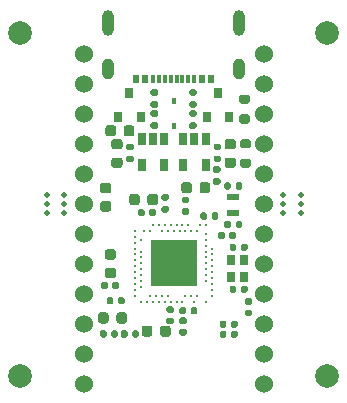
<source format=gts>
%TF.GenerationSoftware,KiCad,Pcbnew,(5.1.9)-1*%
%TF.CreationDate,2021-01-02T15:49:45+08:00*%
%TF.ProjectId,akami,616b616d-692e-46b6-9963-61645f706362,rev?*%
%TF.SameCoordinates,Original*%
%TF.FileFunction,Soldermask,Top*%
%TF.FilePolarity,Negative*%
%FSLAX46Y46*%
G04 Gerber Fmt 4.6, Leading zero omitted, Abs format (unit mm)*
G04 Created by KiCad (PCBNEW (5.1.9)-1) date 2021-01-02 15:49:45*
%MOMM*%
%LPD*%
G01*
G04 APERTURE LIST*
%ADD10C,2.000000*%
%ADD11C,0.500000*%
%ADD12C,1.524000*%
%ADD13R,1.100000X0.600000*%
%ADD14R,0.800000X0.900000*%
%ADD15R,0.300000X0.800000*%
%ADD16O,1.000000X2.200000*%
%ADD17O,1.000000X1.800000*%
%ADD18R,0.540000X0.800000*%
%ADD19C,0.250000*%
%ADD20R,4.000000X4.000000*%
%ADD21R,0.650000X1.060000*%
%ADD22R,0.450000X0.600000*%
G04 APERTURE END LIST*
D10*
%TO.C,REF\u002A\u002A*%
X13000000Y14500000D03*
%TD*%
%TO.C,REF\u002A\u002A*%
X13000000Y-14500000D03*
%TD*%
%TO.C,REF\u002A\u002A*%
X-13000000Y-14500000D03*
%TD*%
%TO.C,REF\u002A\u002A*%
X-13000000Y14500000D03*
%TD*%
D11*
%TO.C,mouse-bite-2mm-slot*%
X-10750000Y0D03*
X-9250000Y0D03*
X-10750000Y750000D03*
X-10750000Y-750000D03*
X-9250000Y-750000D03*
X-9250000Y750000D03*
%TD*%
%TO.C,R2*%
G36*
G01*
X5800000Y3875000D02*
X6350000Y3875000D01*
G75*
G02*
X6550000Y3675000I0J-200000D01*
G01*
X6550000Y3275000D01*
G75*
G02*
X6350000Y3075000I-200000J0D01*
G01*
X5800000Y3075000D01*
G75*
G02*
X5600000Y3275000I0J200000D01*
G01*
X5600000Y3675000D01*
G75*
G02*
X5800000Y3875000I200000J0D01*
G01*
G37*
G36*
G01*
X5800000Y5525000D02*
X6350000Y5525000D01*
G75*
G02*
X6550000Y5325000I0J-200000D01*
G01*
X6550000Y4925000D01*
G75*
G02*
X6350000Y4725000I-200000J0D01*
G01*
X5800000Y4725000D01*
G75*
G02*
X5600000Y4925000I0J200000D01*
G01*
X5600000Y5325000D01*
G75*
G02*
X5800000Y5525000I200000J0D01*
G01*
G37*
%TD*%
%TO.C,R11*%
G36*
G01*
X5725000Y7625000D02*
X6275000Y7625000D01*
G75*
G02*
X6475000Y7425000I0J-200000D01*
G01*
X6475000Y7025000D01*
G75*
G02*
X6275000Y6825000I-200000J0D01*
G01*
X5725000Y6825000D01*
G75*
G02*
X5525000Y7025000I0J200000D01*
G01*
X5525000Y7425000D01*
G75*
G02*
X5725000Y7625000I200000J0D01*
G01*
G37*
G36*
G01*
X5725000Y9275000D02*
X6275000Y9275000D01*
G75*
G02*
X6475000Y9075000I0J-200000D01*
G01*
X6475000Y8675000D01*
G75*
G02*
X6275000Y8475000I-200000J0D01*
G01*
X5725000Y8475000D01*
G75*
G02*
X5525000Y8675000I0J200000D01*
G01*
X5525000Y9075000D01*
G75*
G02*
X5725000Y9275000I200000J0D01*
G01*
G37*
%TD*%
%TO.C,C16*%
G36*
G01*
X-5500000Y-9375000D02*
X-5500000Y-9875000D01*
G75*
G02*
X-5725000Y-10100000I-225000J0D01*
G01*
X-6175000Y-10100000D01*
G75*
G02*
X-6400000Y-9875000I0J225000D01*
G01*
X-6400000Y-9375000D01*
G75*
G02*
X-6175000Y-9150000I225000J0D01*
G01*
X-5725000Y-9150000D01*
G75*
G02*
X-5500000Y-9375000I0J-225000D01*
G01*
G37*
G36*
G01*
X-3950000Y-9375000D02*
X-3950000Y-9875000D01*
G75*
G02*
X-4175000Y-10100000I-225000J0D01*
G01*
X-4625000Y-10100000D01*
G75*
G02*
X-4850000Y-9875000I0J225000D01*
G01*
X-4850000Y-9375000D01*
G75*
G02*
X-4625000Y-9150000I225000J0D01*
G01*
X-4175000Y-9150000D01*
G75*
G02*
X-3950000Y-9375000I0J-225000D01*
G01*
G37*
%TD*%
%TO.C,mouse-bite-2mm-slot*%
X10750000Y750000D03*
X10750000Y-750000D03*
X9250000Y-750000D03*
X9250000Y750000D03*
X10750000Y0D03*
X9250000Y0D03*
%TD*%
D12*
%TO.C,U4*%
X7620000Y12690000D03*
X7620000Y10150000D03*
X7620000Y7610000D03*
X7620000Y5070000D03*
X7620000Y2530000D03*
X7620000Y-10000D03*
X7620000Y-2550000D03*
X7620000Y-5090000D03*
X7620000Y-7630000D03*
X7620000Y-10170000D03*
X7620000Y-12710000D03*
X7620000Y-15250000D03*
X-7620000Y-15250000D03*
X-7620000Y-12710000D03*
X-7620000Y-10170000D03*
X-7620000Y-7630000D03*
X-7620000Y-5090000D03*
X-7620000Y-2550000D03*
X-7620000Y-10000D03*
X-7620000Y2530000D03*
X-7620000Y5070000D03*
X-7620000Y7610000D03*
X-7620000Y10150000D03*
X-7620000Y12690000D03*
%TD*%
%TO.C,C22*%
G36*
G01*
X4870000Y-10320000D02*
X4870000Y-9980000D01*
G75*
G02*
X5010000Y-9840000I140000J0D01*
G01*
X5290000Y-9840000D01*
G75*
G02*
X5430000Y-9980000I0J-140000D01*
G01*
X5430000Y-10320000D01*
G75*
G02*
X5290000Y-10460000I-140000J0D01*
G01*
X5010000Y-10460000D01*
G75*
G02*
X4870000Y-10320000I0J140000D01*
G01*
G37*
G36*
G01*
X3910000Y-10320000D02*
X3910000Y-9980000D01*
G75*
G02*
X4050000Y-9840000I140000J0D01*
G01*
X4330000Y-9840000D01*
G75*
G02*
X4470000Y-9980000I0J-140000D01*
G01*
X4470000Y-10320000D01*
G75*
G02*
X4330000Y-10460000I-140000J0D01*
G01*
X4050000Y-10460000D01*
G75*
G02*
X3910000Y-10320000I0J140000D01*
G01*
G37*
%TD*%
%TO.C,R4*%
G36*
G01*
X-525000Y320000D02*
X-895000Y320000D01*
G75*
G02*
X-1030000Y455000I0J135000D01*
G01*
X-1030000Y725000D01*
G75*
G02*
X-895000Y860000I135000J0D01*
G01*
X-525000Y860000D01*
G75*
G02*
X-390000Y725000I0J-135000D01*
G01*
X-390000Y455000D01*
G75*
G02*
X-525000Y320000I-135000J0D01*
G01*
G37*
G36*
G01*
X-525000Y-700000D02*
X-895000Y-700000D01*
G75*
G02*
X-1030000Y-565000I0J135000D01*
G01*
X-1030000Y-295000D01*
G75*
G02*
X-895000Y-160000I135000J0D01*
G01*
X-525000Y-160000D01*
G75*
G02*
X-390000Y-295000I0J-135000D01*
G01*
X-390000Y-565000D01*
G75*
G02*
X-525000Y-700000I-135000J0D01*
G01*
G37*
%TD*%
%TO.C,R3*%
G36*
G01*
X1455000Y6930000D02*
X1825000Y6930000D01*
G75*
G02*
X1960000Y6795000I0J-135000D01*
G01*
X1960000Y6525000D01*
G75*
G02*
X1825000Y6390000I-135000J0D01*
G01*
X1455000Y6390000D01*
G75*
G02*
X1320000Y6525000I0J135000D01*
G01*
X1320000Y6795000D01*
G75*
G02*
X1455000Y6930000I135000J0D01*
G01*
G37*
G36*
G01*
X1455000Y7950000D02*
X1825000Y7950000D01*
G75*
G02*
X1960000Y7815000I0J-135000D01*
G01*
X1960000Y7545000D01*
G75*
G02*
X1825000Y7410000I-135000J0D01*
G01*
X1455000Y7410000D01*
G75*
G02*
X1320000Y7545000I0J135000D01*
G01*
X1320000Y7815000D01*
G75*
G02*
X1455000Y7950000I135000J0D01*
G01*
G37*
%TD*%
%TO.C,R10*%
G36*
G01*
X-1825000Y8710000D02*
X-1455000Y8710000D01*
G75*
G02*
X-1320000Y8575000I0J-135000D01*
G01*
X-1320000Y8305000D01*
G75*
G02*
X-1455000Y8170000I-135000J0D01*
G01*
X-1825000Y8170000D01*
G75*
G02*
X-1960000Y8305000I0J135000D01*
G01*
X-1960000Y8575000D01*
G75*
G02*
X-1825000Y8710000I135000J0D01*
G01*
G37*
G36*
G01*
X-1825000Y9730000D02*
X-1455000Y9730000D01*
G75*
G02*
X-1320000Y9595000I0J-135000D01*
G01*
X-1320000Y9325000D01*
G75*
G02*
X-1455000Y9190000I-135000J0D01*
G01*
X-1825000Y9190000D01*
G75*
G02*
X-1960000Y9325000I0J135000D01*
G01*
X-1960000Y9595000D01*
G75*
G02*
X-1825000Y9730000I135000J0D01*
G01*
G37*
%TD*%
D13*
%TO.C,Y2*%
X5045000Y620000D03*
X5045000Y-780000D03*
%TD*%
D14*
%TO.C,Y1*%
X4850000Y-6125000D03*
X4850000Y-4725000D03*
X5950000Y-4725000D03*
X5950000Y-6125000D03*
%TD*%
D15*
%TO.C,J1*%
X1758300Y10573200D03*
X-1249700Y10573200D03*
D16*
X-5575000Y15373200D03*
X5575600Y15373200D03*
D17*
X5575600Y11473200D03*
X-5575000Y11473200D03*
D18*
X-3199700Y10573200D03*
X3200300Y10573200D03*
X2400300Y10573200D03*
X-2399700Y10573200D03*
D15*
X-749700Y10573200D03*
X750300Y10573200D03*
X-249700Y10573200D03*
X250300Y10573200D03*
X1250300Y10573200D03*
X-1749700Y10573200D03*
%TD*%
D19*
%TO.C,U1*%
X-2750000Y-8250000D03*
X-2250000Y-8250000D03*
X-1750000Y-8250000D03*
X-1250000Y-8250000D03*
X-750000Y-8250000D03*
X-250000Y-8250000D03*
X250000Y-8250000D03*
X750000Y-8250000D03*
X1750000Y-8250000D03*
X-2000000Y-7750000D03*
X-1500000Y-7750000D03*
X-1000000Y-7750000D03*
X-500000Y-7750000D03*
X1000000Y-7750000D03*
X1500000Y-7750000D03*
X3250000Y-7750000D03*
X3250000Y-7250000D03*
X3250000Y-6750000D03*
X3250000Y-6250000D03*
X3250000Y-5750000D03*
X3250000Y-5250000D03*
X3250000Y-4750000D03*
X3250000Y-4250000D03*
X2750000Y-6500000D03*
X2750000Y-6000000D03*
X2750000Y-5500000D03*
X2750000Y-5000000D03*
X2750000Y-4500000D03*
X2750000Y-4000000D03*
X2750000Y-3500000D03*
X2750000Y-3000000D03*
X-2750000Y-3000000D03*
X-2750000Y-4000000D03*
X-2750000Y-4500000D03*
X-2750000Y-5000000D03*
X-2750000Y-5500000D03*
X-2750000Y-6000000D03*
X-2750000Y-6500000D03*
X-3250000Y-7250000D03*
X-3250000Y-6750000D03*
X-3250000Y-6250000D03*
X-3250000Y-5750000D03*
X-3250000Y-5250000D03*
X-3250000Y-4750000D03*
X-3250000Y-4250000D03*
X-3250000Y-3750000D03*
X-3250000Y-3250000D03*
X-3250000Y-2750000D03*
X2750000Y-1750000D03*
X2000000Y-2250000D03*
X2250000Y-1750000D03*
X1500000Y-2250000D03*
X1000000Y-2250000D03*
X500000Y-2250000D03*
X0Y-2250000D03*
X-500000Y-2250000D03*
X-1000000Y-2250000D03*
X1250000Y-1750000D03*
X750000Y-1750000D03*
X250000Y-1750000D03*
X-250000Y-1750000D03*
X-750000Y-1750000D03*
X-1250000Y-1750000D03*
X-1750000Y-1750000D03*
X-2000000Y-2250000D03*
X-2500000Y-2250000D03*
X-3250000Y-2250000D03*
X-3250000Y-7750000D03*
X-2750000Y-7000000D03*
X2750000Y-2500000D03*
X3250000Y-3750000D03*
X2000000Y-7750000D03*
X2750000Y-8250000D03*
D20*
X0Y-5000000D03*
%TD*%
D21*
%TO.C,U3*%
X-800000Y3300000D03*
X-2700000Y3300000D03*
X-2700000Y5500000D03*
X-1750000Y5500000D03*
X-800000Y5500000D03*
%TD*%
%TO.C,U2*%
X2700000Y3300000D03*
X800000Y3300000D03*
X800000Y5500000D03*
X1750000Y5500000D03*
X2700000Y5500000D03*
%TD*%
%TO.C,R9*%
G36*
G01*
X1455000Y8710000D02*
X1825000Y8710000D01*
G75*
G02*
X1960000Y8575000I0J-135000D01*
G01*
X1960000Y8305000D01*
G75*
G02*
X1825000Y8170000I-135000J0D01*
G01*
X1455000Y8170000D01*
G75*
G02*
X1320000Y8305000I0J135000D01*
G01*
X1320000Y8575000D01*
G75*
G02*
X1455000Y8710000I135000J0D01*
G01*
G37*
G36*
G01*
X1455000Y9730000D02*
X1825000Y9730000D01*
G75*
G02*
X1960000Y9595000I0J-135000D01*
G01*
X1960000Y9325000D01*
G75*
G02*
X1825000Y9190000I-135000J0D01*
G01*
X1455000Y9190000D01*
G75*
G02*
X1320000Y9325000I0J135000D01*
G01*
X1320000Y9595000D01*
G75*
G02*
X1455000Y9730000I135000J0D01*
G01*
G37*
%TD*%
%TO.C,R8*%
G36*
G01*
X3515000Y4110000D02*
X3885000Y4110000D01*
G75*
G02*
X4020000Y3975000I0J-135000D01*
G01*
X4020000Y3705000D01*
G75*
G02*
X3885000Y3570000I-135000J0D01*
G01*
X3515000Y3570000D01*
G75*
G02*
X3380000Y3705000I0J135000D01*
G01*
X3380000Y3975000D01*
G75*
G02*
X3515000Y4110000I135000J0D01*
G01*
G37*
G36*
G01*
X3515000Y5130000D02*
X3885000Y5130000D01*
G75*
G02*
X4020000Y4995000I0J-135000D01*
G01*
X4020000Y4725000D01*
G75*
G02*
X3885000Y4590000I-135000J0D01*
G01*
X3515000Y4590000D01*
G75*
G02*
X3380000Y4725000I0J135000D01*
G01*
X3380000Y4995000D01*
G75*
G02*
X3515000Y5130000I135000J0D01*
G01*
G37*
%TD*%
%TO.C,R7*%
G36*
G01*
X3835000Y2680000D02*
X3465000Y2680000D01*
G75*
G02*
X3330000Y2815000I0J135000D01*
G01*
X3330000Y3085000D01*
G75*
G02*
X3465000Y3220000I135000J0D01*
G01*
X3835000Y3220000D01*
G75*
G02*
X3970000Y3085000I0J-135000D01*
G01*
X3970000Y2815000D01*
G75*
G02*
X3835000Y2680000I-135000J0D01*
G01*
G37*
G36*
G01*
X3835000Y1660000D02*
X3465000Y1660000D01*
G75*
G02*
X3330000Y1795000I0J135000D01*
G01*
X3330000Y2065000D01*
G75*
G02*
X3465000Y2200000I135000J0D01*
G01*
X3835000Y2200000D01*
G75*
G02*
X3970000Y2065000I0J-135000D01*
G01*
X3970000Y1795000D01*
G75*
G02*
X3835000Y1660000I-135000J0D01*
G01*
G37*
%TD*%
%TO.C,R6*%
G36*
G01*
X-1825000Y6930000D02*
X-1455000Y6930000D01*
G75*
G02*
X-1320000Y6795000I0J-135000D01*
G01*
X-1320000Y6525000D01*
G75*
G02*
X-1455000Y6390000I-135000J0D01*
G01*
X-1825000Y6390000D01*
G75*
G02*
X-1960000Y6525000I0J135000D01*
G01*
X-1960000Y6795000D01*
G75*
G02*
X-1825000Y6930000I135000J0D01*
G01*
G37*
G36*
G01*
X-1825000Y7950000D02*
X-1455000Y7950000D01*
G75*
G02*
X-1320000Y7815000I0J-135000D01*
G01*
X-1320000Y7545000D01*
G75*
G02*
X-1455000Y7410000I-135000J0D01*
G01*
X-1825000Y7410000D01*
G75*
G02*
X-1960000Y7545000I0J135000D01*
G01*
X-1960000Y7815000D01*
G75*
G02*
X-1825000Y7950000I135000J0D01*
G01*
G37*
%TD*%
%TO.C,R5*%
G36*
G01*
X-3885000Y4110000D02*
X-3515000Y4110000D01*
G75*
G02*
X-3380000Y3975000I0J-135000D01*
G01*
X-3380000Y3705000D01*
G75*
G02*
X-3515000Y3570000I-135000J0D01*
G01*
X-3885000Y3570000D01*
G75*
G02*
X-4020000Y3705000I0J135000D01*
G01*
X-4020000Y3975000D01*
G75*
G02*
X-3885000Y4110000I135000J0D01*
G01*
G37*
G36*
G01*
X-3885000Y5130000D02*
X-3515000Y5130000D01*
G75*
G02*
X-3380000Y4995000I0J-135000D01*
G01*
X-3380000Y4725000D01*
G75*
G02*
X-3515000Y4590000I-135000J0D01*
G01*
X-3885000Y4590000D01*
G75*
G02*
X-4020000Y4725000I0J135000D01*
G01*
X-4020000Y4995000D01*
G75*
G02*
X-3885000Y5130000I135000J0D01*
G01*
G37*
%TD*%
D14*
%TO.C,Q2*%
X-3750000Y9400000D03*
X-2800000Y7400000D03*
X-4700000Y7400000D03*
%TD*%
%TO.C,Q1*%
X3750000Y9400000D03*
X4700000Y7400000D03*
X2800000Y7400000D03*
%TD*%
%TO.C,L3*%
G36*
G01*
X-5093750Y-4687500D02*
X-5606250Y-4687500D01*
G75*
G02*
X-5825000Y-4468750I0J218750D01*
G01*
X-5825000Y-4031250D01*
G75*
G02*
X-5606250Y-3812500I218750J0D01*
G01*
X-5093750Y-3812500D01*
G75*
G02*
X-4875000Y-4031250I0J-218750D01*
G01*
X-4875000Y-4468750D01*
G75*
G02*
X-5093750Y-4687500I-218750J0D01*
G01*
G37*
G36*
G01*
X-5093750Y-6262500D02*
X-5606250Y-6262500D01*
G75*
G02*
X-5825000Y-6043750I0J218750D01*
G01*
X-5825000Y-5606250D01*
G75*
G02*
X-5606250Y-5387500I218750J0D01*
G01*
X-5093750Y-5387500D01*
G75*
G02*
X-4875000Y-5606250I0J-218750D01*
G01*
X-4875000Y-6043750D01*
G75*
G02*
X-5093750Y-6262500I-218750J0D01*
G01*
G37*
%TD*%
%TO.C,L2*%
G36*
G01*
X-5575000Y-6702500D02*
X-5575000Y-7047500D01*
G75*
G02*
X-5722500Y-7195000I-147500J0D01*
G01*
X-6017500Y-7195000D01*
G75*
G02*
X-6165000Y-7047500I0J147500D01*
G01*
X-6165000Y-6702500D01*
G75*
G02*
X-6017500Y-6555000I147500J0D01*
G01*
X-5722500Y-6555000D01*
G75*
G02*
X-5575000Y-6702500I0J-147500D01*
G01*
G37*
G36*
G01*
X-4605000Y-6702500D02*
X-4605000Y-7047500D01*
G75*
G02*
X-4752500Y-7195000I-147500J0D01*
G01*
X-5047500Y-7195000D01*
G75*
G02*
X-5195000Y-7047500I0J147500D01*
G01*
X-5195000Y-6702500D01*
G75*
G02*
X-5047500Y-6555000I147500J0D01*
G01*
X-4752500Y-6555000D01*
G75*
G02*
X-4605000Y-6702500I0J-147500D01*
G01*
G37*
%TD*%
%TO.C,L1*%
G36*
G01*
X972500Y-10145000D02*
X627500Y-10145000D01*
G75*
G02*
X480000Y-9997500I0J147500D01*
G01*
X480000Y-9702500D01*
G75*
G02*
X627500Y-9555000I147500J0D01*
G01*
X972500Y-9555000D01*
G75*
G02*
X1120000Y-9702500I0J-147500D01*
G01*
X1120000Y-9997500D01*
G75*
G02*
X972500Y-10145000I-147500J0D01*
G01*
G37*
G36*
G01*
X972500Y-11115000D02*
X627500Y-11115000D01*
G75*
G02*
X480000Y-10967500I0J147500D01*
G01*
X480000Y-10672500D01*
G75*
G02*
X627500Y-10525000I147500J0D01*
G01*
X972500Y-10525000D01*
G75*
G02*
X1120000Y-10672500I0J-147500D01*
G01*
X1120000Y-10967500D01*
G75*
G02*
X972500Y-11115000I-147500J0D01*
G01*
G37*
%TD*%
%TO.C,D3*%
G36*
G01*
X5056250Y4650000D02*
X4543750Y4650000D01*
G75*
G02*
X4325000Y4868750I0J218750D01*
G01*
X4325000Y5306250D01*
G75*
G02*
X4543750Y5525000I218750J0D01*
G01*
X5056250Y5525000D01*
G75*
G02*
X5275000Y5306250I0J-218750D01*
G01*
X5275000Y4868750D01*
G75*
G02*
X5056250Y4650000I-218750J0D01*
G01*
G37*
G36*
G01*
X5056250Y3075000D02*
X4543750Y3075000D01*
G75*
G02*
X4325000Y3293750I0J218750D01*
G01*
X4325000Y3731250D01*
G75*
G02*
X4543750Y3950000I218750J0D01*
G01*
X5056250Y3950000D01*
G75*
G02*
X5275000Y3731250I0J-218750D01*
G01*
X5275000Y3293750D01*
G75*
G02*
X5056250Y3075000I-218750J0D01*
G01*
G37*
%TD*%
D22*
%TO.C,D2*%
X0Y6650000D03*
X0Y8750000D03*
%TD*%
%TO.C,D1*%
G36*
G01*
X-4543750Y4650000D02*
X-5056250Y4650000D01*
G75*
G02*
X-5275000Y4868750I0J218750D01*
G01*
X-5275000Y5306250D01*
G75*
G02*
X-5056250Y5525000I218750J0D01*
G01*
X-4543750Y5525000D01*
G75*
G02*
X-4325000Y5306250I0J-218750D01*
G01*
X-4325000Y4868750D01*
G75*
G02*
X-4543750Y4650000I-218750J0D01*
G01*
G37*
G36*
G01*
X-4543750Y3075000D02*
X-5056250Y3075000D01*
G75*
G02*
X-5275000Y3293750I0J218750D01*
G01*
X-5275000Y3731250D01*
G75*
G02*
X-5056250Y3950000I218750J0D01*
G01*
X-4543750Y3950000D01*
G75*
G02*
X-4325000Y3731250I0J-218750D01*
G01*
X-4325000Y3293750D01*
G75*
G02*
X-4543750Y3075000I-218750J0D01*
G01*
G37*
%TD*%
%TO.C,C21*%
G36*
G01*
X-5500000Y920000D02*
X-6000000Y920000D01*
G75*
G02*
X-6225000Y1145000I0J225000D01*
G01*
X-6225000Y1595000D01*
G75*
G02*
X-6000000Y1820000I225000J0D01*
G01*
X-5500000Y1820000D01*
G75*
G02*
X-5275000Y1595000I0J-225000D01*
G01*
X-5275000Y1145000D01*
G75*
G02*
X-5500000Y920000I-225000J0D01*
G01*
G37*
G36*
G01*
X-5500000Y-630000D02*
X-6000000Y-630000D01*
G75*
G02*
X-6225000Y-405000I0J225000D01*
G01*
X-6225000Y45000D01*
G75*
G02*
X-6000000Y270000I225000J0D01*
G01*
X-5500000Y270000D01*
G75*
G02*
X-5275000Y45000I0J-225000D01*
G01*
X-5275000Y-405000D01*
G75*
G02*
X-5500000Y-630000I-225000J0D01*
G01*
G37*
%TD*%
%TO.C,C20*%
G36*
G01*
X1550000Y1650000D02*
X1550000Y1150000D01*
G75*
G02*
X1325000Y925000I-225000J0D01*
G01*
X875000Y925000D01*
G75*
G02*
X650000Y1150000I0J225000D01*
G01*
X650000Y1650000D01*
G75*
G02*
X875000Y1875000I225000J0D01*
G01*
X1325000Y1875000D01*
G75*
G02*
X1550000Y1650000I0J-225000D01*
G01*
G37*
G36*
G01*
X3100000Y1650000D02*
X3100000Y1150000D01*
G75*
G02*
X2875000Y925000I-225000J0D01*
G01*
X2425000Y925000D01*
G75*
G02*
X2200000Y1150000I0J225000D01*
G01*
X2200000Y1650000D01*
G75*
G02*
X2425000Y1875000I225000J0D01*
G01*
X2875000Y1875000D01*
G75*
G02*
X3100000Y1650000I0J-225000D01*
G01*
G37*
%TD*%
%TO.C,C19*%
G36*
G01*
X840000Y-310000D02*
X1180000Y-310000D01*
G75*
G02*
X1320000Y-450000I0J-140000D01*
G01*
X1320000Y-730000D01*
G75*
G02*
X1180000Y-870000I-140000J0D01*
G01*
X840000Y-870000D01*
G75*
G02*
X700000Y-730000I0J140000D01*
G01*
X700000Y-450000D01*
G75*
G02*
X840000Y-310000I140000J0D01*
G01*
G37*
G36*
G01*
X840000Y650000D02*
X1180000Y650000D01*
G75*
G02*
X1320000Y510000I0J-140000D01*
G01*
X1320000Y230000D01*
G75*
G02*
X1180000Y90000I-140000J0D01*
G01*
X840000Y90000D01*
G75*
G02*
X700000Y230000I0J140000D01*
G01*
X700000Y510000D01*
G75*
G02*
X840000Y650000I140000J0D01*
G01*
G37*
%TD*%
%TO.C,C18*%
G36*
G01*
X4845000Y1720000D02*
X4845000Y1380000D01*
G75*
G02*
X4705000Y1240000I-140000J0D01*
G01*
X4425000Y1240000D01*
G75*
G02*
X4285000Y1380000I0J140000D01*
G01*
X4285000Y1720000D01*
G75*
G02*
X4425000Y1860000I140000J0D01*
G01*
X4705000Y1860000D01*
G75*
G02*
X4845000Y1720000I0J-140000D01*
G01*
G37*
G36*
G01*
X5805000Y1720000D02*
X5805000Y1380000D01*
G75*
G02*
X5665000Y1240000I-140000J0D01*
G01*
X5385000Y1240000D01*
G75*
G02*
X5245000Y1380000I0J140000D01*
G01*
X5245000Y1720000D01*
G75*
G02*
X5385000Y1860000I140000J0D01*
G01*
X5665000Y1860000D01*
G75*
G02*
X5805000Y1720000I0J-140000D01*
G01*
G37*
%TD*%
%TO.C,C17*%
G36*
G01*
X4845000Y-1540000D02*
X4845000Y-1880000D01*
G75*
G02*
X4705000Y-2020000I-140000J0D01*
G01*
X4425000Y-2020000D01*
G75*
G02*
X4285000Y-1880000I0J140000D01*
G01*
X4285000Y-1540000D01*
G75*
G02*
X4425000Y-1400000I140000J0D01*
G01*
X4705000Y-1400000D01*
G75*
G02*
X4845000Y-1540000I0J-140000D01*
G01*
G37*
G36*
G01*
X5805000Y-1540000D02*
X5805000Y-1880000D01*
G75*
G02*
X5665000Y-2020000I-140000J0D01*
G01*
X5385000Y-2020000D01*
G75*
G02*
X5245000Y-1880000I0J140000D01*
G01*
X5245000Y-1540000D01*
G75*
G02*
X5385000Y-1400000I140000J0D01*
G01*
X5665000Y-1400000D01*
G75*
G02*
X5805000Y-1540000I0J-140000D01*
G01*
G37*
%TD*%
%TO.C,C15*%
G36*
G01*
X-5680000Y-10805000D02*
X-5680000Y-11145000D01*
G75*
G02*
X-5820000Y-11285000I-140000J0D01*
G01*
X-6100000Y-11285000D01*
G75*
G02*
X-6240000Y-11145000I0J140000D01*
G01*
X-6240000Y-10805000D01*
G75*
G02*
X-6100000Y-10665000I140000J0D01*
G01*
X-5820000Y-10665000D01*
G75*
G02*
X-5680000Y-10805000I0J-140000D01*
G01*
G37*
G36*
G01*
X-4720000Y-10805000D02*
X-4720000Y-11145000D01*
G75*
G02*
X-4860000Y-11285000I-140000J0D01*
G01*
X-5140000Y-11285000D01*
G75*
G02*
X-5280000Y-11145000I0J140000D01*
G01*
X-5280000Y-10805000D01*
G75*
G02*
X-5140000Y-10665000I140000J0D01*
G01*
X-4860000Y-10665000D01*
G75*
G02*
X-4720000Y-10805000I0J-140000D01*
G01*
G37*
%TD*%
%TO.C,C14*%
G36*
G01*
X-4220000Y5970000D02*
X-4220000Y6470000D01*
G75*
G02*
X-3995000Y6695000I225000J0D01*
G01*
X-3545000Y6695000D01*
G75*
G02*
X-3320000Y6470000I0J-225000D01*
G01*
X-3320000Y5970000D01*
G75*
G02*
X-3545000Y5745000I-225000J0D01*
G01*
X-3995000Y5745000D01*
G75*
G02*
X-4220000Y5970000I0J225000D01*
G01*
G37*
G36*
G01*
X-5770000Y5970000D02*
X-5770000Y6470000D01*
G75*
G02*
X-5545000Y6695000I225000J0D01*
G01*
X-5095000Y6695000D01*
G75*
G02*
X-4870000Y6470000I0J-225000D01*
G01*
X-4870000Y5970000D01*
G75*
G02*
X-5095000Y5745000I-225000J0D01*
G01*
X-5545000Y5745000D01*
G75*
G02*
X-5770000Y5970000I0J225000D01*
G01*
G37*
%TD*%
%TO.C,C13*%
G36*
G01*
X-2220000Y150000D02*
X-2220000Y650000D01*
G75*
G02*
X-1995000Y875000I225000J0D01*
G01*
X-1545000Y875000D01*
G75*
G02*
X-1320000Y650000I0J-225000D01*
G01*
X-1320000Y150000D01*
G75*
G02*
X-1545000Y-75000I-225000J0D01*
G01*
X-1995000Y-75000D01*
G75*
G02*
X-2220000Y150000I0J225000D01*
G01*
G37*
G36*
G01*
X-3770000Y150000D02*
X-3770000Y650000D01*
G75*
G02*
X-3545000Y875000I225000J0D01*
G01*
X-3095000Y875000D01*
G75*
G02*
X-2870000Y650000I0J-225000D01*
G01*
X-2870000Y150000D01*
G75*
G02*
X-3095000Y-75000I-225000J0D01*
G01*
X-3545000Y-75000D01*
G75*
G02*
X-3770000Y150000I0J225000D01*
G01*
G37*
%TD*%
%TO.C,C12*%
G36*
G01*
X-470000Y-9600000D02*
X-130000Y-9600000D01*
G75*
G02*
X10000Y-9740000I0J-140000D01*
G01*
X10000Y-10020000D01*
G75*
G02*
X-130000Y-10160000I-140000J0D01*
G01*
X-470000Y-10160000D01*
G75*
G02*
X-610000Y-10020000I0J140000D01*
G01*
X-610000Y-9740000D01*
G75*
G02*
X-470000Y-9600000I140000J0D01*
G01*
G37*
G36*
G01*
X-470000Y-8640000D02*
X-130000Y-8640000D01*
G75*
G02*
X10000Y-8780000I0J-140000D01*
G01*
X10000Y-9060000D01*
G75*
G02*
X-130000Y-9200000I-140000J0D01*
G01*
X-470000Y-9200000D01*
G75*
G02*
X-610000Y-9060000I0J140000D01*
G01*
X-610000Y-8780000D01*
G75*
G02*
X-470000Y-8640000I140000J0D01*
G01*
G37*
%TD*%
%TO.C,C11*%
G36*
G01*
X6170000Y-7950000D02*
X6510000Y-7950000D01*
G75*
G02*
X6650000Y-8090000I0J-140000D01*
G01*
X6650000Y-8370000D01*
G75*
G02*
X6510000Y-8510000I-140000J0D01*
G01*
X6170000Y-8510000D01*
G75*
G02*
X6030000Y-8370000I0J140000D01*
G01*
X6030000Y-8090000D01*
G75*
G02*
X6170000Y-7950000I140000J0D01*
G01*
G37*
G36*
G01*
X6170000Y-8910000D02*
X6510000Y-8910000D01*
G75*
G02*
X6650000Y-9050000I0J-140000D01*
G01*
X6650000Y-9330000D01*
G75*
G02*
X6510000Y-9470000I-140000J0D01*
G01*
X6170000Y-9470000D01*
G75*
G02*
X6030000Y-9330000I0J140000D01*
G01*
X6030000Y-9050000D01*
G75*
G02*
X6170000Y-8910000I140000J0D01*
G01*
G37*
%TD*%
%TO.C,C10*%
G36*
G01*
X3220000Y-1170000D02*
X3220000Y-830000D01*
G75*
G02*
X3360000Y-690000I140000J0D01*
G01*
X3640000Y-690000D01*
G75*
G02*
X3780000Y-830000I0J-140000D01*
G01*
X3780000Y-1170000D01*
G75*
G02*
X3640000Y-1310000I-140000J0D01*
G01*
X3360000Y-1310000D01*
G75*
G02*
X3220000Y-1170000I0J140000D01*
G01*
G37*
G36*
G01*
X2260000Y-1170000D02*
X2260000Y-830000D01*
G75*
G02*
X2400000Y-690000I140000J0D01*
G01*
X2680000Y-690000D01*
G75*
G02*
X2820000Y-830000I0J-140000D01*
G01*
X2820000Y-1170000D01*
G75*
G02*
X2680000Y-1310000I-140000J0D01*
G01*
X2400000Y-1310000D01*
G75*
G02*
X2260000Y-1170000I0J140000D01*
G01*
G37*
%TD*%
%TO.C,C9*%
G36*
G01*
X1050000Y-8850000D02*
X1050000Y-9190000D01*
G75*
G02*
X910000Y-9330000I-140000J0D01*
G01*
X630000Y-9330000D01*
G75*
G02*
X490000Y-9190000I0J140000D01*
G01*
X490000Y-8850000D01*
G75*
G02*
X630000Y-8710000I140000J0D01*
G01*
X910000Y-8710000D01*
G75*
G02*
X1050000Y-8850000I0J-140000D01*
G01*
G37*
G36*
G01*
X2010000Y-8850000D02*
X2010000Y-9190000D01*
G75*
G02*
X1870000Y-9330000I-140000J0D01*
G01*
X1590000Y-9330000D01*
G75*
G02*
X1450000Y-9190000I0J140000D01*
G01*
X1450000Y-8850000D01*
G75*
G02*
X1590000Y-8710000I140000J0D01*
G01*
X1870000Y-8710000D01*
G75*
G02*
X2010000Y-8850000I0J-140000D01*
G01*
G37*
%TD*%
%TO.C,C8*%
G36*
G01*
X-3505000Y-11145000D02*
X-3505000Y-10805000D01*
G75*
G02*
X-3365000Y-10665000I140000J0D01*
G01*
X-3085000Y-10665000D01*
G75*
G02*
X-2945000Y-10805000I0J-140000D01*
G01*
X-2945000Y-11145000D01*
G75*
G02*
X-3085000Y-11285000I-140000J0D01*
G01*
X-3365000Y-11285000D01*
G75*
G02*
X-3505000Y-11145000I0J140000D01*
G01*
G37*
G36*
G01*
X-4465000Y-11145000D02*
X-4465000Y-10805000D01*
G75*
G02*
X-4325000Y-10665000I140000J0D01*
G01*
X-4045000Y-10665000D01*
G75*
G02*
X-3905000Y-10805000I0J-140000D01*
G01*
X-3905000Y-11145000D01*
G75*
G02*
X-4045000Y-11285000I-140000J0D01*
G01*
X-4325000Y-11285000D01*
G75*
G02*
X-4465000Y-11145000I0J140000D01*
G01*
G37*
%TD*%
%TO.C,C7*%
G36*
G01*
X5700000Y-3820000D02*
X5700000Y-3480000D01*
G75*
G02*
X5840000Y-3340000I140000J0D01*
G01*
X6120000Y-3340000D01*
G75*
G02*
X6260000Y-3480000I0J-140000D01*
G01*
X6260000Y-3820000D01*
G75*
G02*
X6120000Y-3960000I-140000J0D01*
G01*
X5840000Y-3960000D01*
G75*
G02*
X5700000Y-3820000I0J140000D01*
G01*
G37*
G36*
G01*
X4740000Y-3820000D02*
X4740000Y-3480000D01*
G75*
G02*
X4880000Y-3340000I140000J0D01*
G01*
X5160000Y-3340000D01*
G75*
G02*
X5300000Y-3480000I0J-140000D01*
G01*
X5300000Y-3820000D01*
G75*
G02*
X5160000Y-3960000I-140000J0D01*
G01*
X4880000Y-3960000D01*
G75*
G02*
X4740000Y-3820000I0J140000D01*
G01*
G37*
%TD*%
%TO.C,C6*%
G36*
G01*
X5300000Y-7030000D02*
X5300000Y-7370000D01*
G75*
G02*
X5160000Y-7510000I-140000J0D01*
G01*
X4880000Y-7510000D01*
G75*
G02*
X4740000Y-7370000I0J140000D01*
G01*
X4740000Y-7030000D01*
G75*
G02*
X4880000Y-6890000I140000J0D01*
G01*
X5160000Y-6890000D01*
G75*
G02*
X5300000Y-7030000I0J-140000D01*
G01*
G37*
G36*
G01*
X6260000Y-7030000D02*
X6260000Y-7370000D01*
G75*
G02*
X6120000Y-7510000I-140000J0D01*
G01*
X5840000Y-7510000D01*
G75*
G02*
X5700000Y-7370000I0J140000D01*
G01*
X5700000Y-7030000D01*
G75*
G02*
X5840000Y-6890000I140000J0D01*
G01*
X6120000Y-6890000D01*
G75*
G02*
X6260000Y-7030000I0J-140000D01*
G01*
G37*
%TD*%
%TO.C,C5*%
G36*
G01*
X4870000Y-11170000D02*
X4870000Y-10830000D01*
G75*
G02*
X5010000Y-10690000I140000J0D01*
G01*
X5290000Y-10690000D01*
G75*
G02*
X5430000Y-10830000I0J-140000D01*
G01*
X5430000Y-11170000D01*
G75*
G02*
X5290000Y-11310000I-140000J0D01*
G01*
X5010000Y-11310000D01*
G75*
G02*
X4870000Y-11170000I0J140000D01*
G01*
G37*
G36*
G01*
X3910000Y-11170000D02*
X3910000Y-10830000D01*
G75*
G02*
X4050000Y-10690000I140000J0D01*
G01*
X4330000Y-10690000D01*
G75*
G02*
X4470000Y-10830000I0J-140000D01*
G01*
X4470000Y-11170000D01*
G75*
G02*
X4330000Y-11310000I-140000J0D01*
G01*
X4050000Y-11310000D01*
G75*
G02*
X3910000Y-11170000I0J140000D01*
G01*
G37*
%TD*%
%TO.C,C4*%
G36*
G01*
X4320000Y-2470000D02*
X4320000Y-2810000D01*
G75*
G02*
X4180000Y-2950000I-140000J0D01*
G01*
X3900000Y-2950000D01*
G75*
G02*
X3760000Y-2810000I0J140000D01*
G01*
X3760000Y-2470000D01*
G75*
G02*
X3900000Y-2330000I140000J0D01*
G01*
X4180000Y-2330000D01*
G75*
G02*
X4320000Y-2470000I0J-140000D01*
G01*
G37*
G36*
G01*
X5280000Y-2470000D02*
X5280000Y-2810000D01*
G75*
G02*
X5140000Y-2950000I-140000J0D01*
G01*
X4860000Y-2950000D01*
G75*
G02*
X4720000Y-2810000I0J140000D01*
G01*
X4720000Y-2470000D01*
G75*
G02*
X4860000Y-2330000I140000J0D01*
G01*
X5140000Y-2330000D01*
G75*
G02*
X5280000Y-2470000I0J-140000D01*
G01*
G37*
%TD*%
%TO.C,C3*%
G36*
G01*
X-4705000Y-8345000D02*
X-4705000Y-8005000D01*
G75*
G02*
X-4565000Y-7865000I140000J0D01*
G01*
X-4285000Y-7865000D01*
G75*
G02*
X-4145000Y-8005000I0J-140000D01*
G01*
X-4145000Y-8345000D01*
G75*
G02*
X-4285000Y-8485000I-140000J0D01*
G01*
X-4565000Y-8485000D01*
G75*
G02*
X-4705000Y-8345000I0J140000D01*
G01*
G37*
G36*
G01*
X-5665000Y-8345000D02*
X-5665000Y-8005000D01*
G75*
G02*
X-5525000Y-7865000I140000J0D01*
G01*
X-5245000Y-7865000D01*
G75*
G02*
X-5105000Y-8005000I0J-140000D01*
G01*
X-5105000Y-8345000D01*
G75*
G02*
X-5245000Y-8485000I-140000J0D01*
G01*
X-5525000Y-8485000D01*
G75*
G02*
X-5665000Y-8345000I0J140000D01*
G01*
G37*
%TD*%
%TO.C,C2*%
G36*
G01*
X-2460000Y-540000D02*
X-2460000Y-880000D01*
G75*
G02*
X-2600000Y-1020000I-140000J0D01*
G01*
X-2880000Y-1020000D01*
G75*
G02*
X-3020000Y-880000I0J140000D01*
G01*
X-3020000Y-540000D01*
G75*
G02*
X-2880000Y-400000I140000J0D01*
G01*
X-2600000Y-400000D01*
G75*
G02*
X-2460000Y-540000I0J-140000D01*
G01*
G37*
G36*
G01*
X-1500000Y-540000D02*
X-1500000Y-880000D01*
G75*
G02*
X-1640000Y-1020000I-140000J0D01*
G01*
X-1920000Y-1020000D01*
G75*
G02*
X-2060000Y-880000I0J140000D01*
G01*
X-2060000Y-540000D01*
G75*
G02*
X-1920000Y-400000I140000J0D01*
G01*
X-1640000Y-400000D01*
G75*
G02*
X-1500000Y-540000I0J-140000D01*
G01*
G37*
%TD*%
%TO.C,C1*%
G36*
G01*
X-1800000Y-10490000D02*
X-1800000Y-10990000D01*
G75*
G02*
X-2025000Y-11215000I-225000J0D01*
G01*
X-2475000Y-11215000D01*
G75*
G02*
X-2700000Y-10990000I0J225000D01*
G01*
X-2700000Y-10490000D01*
G75*
G02*
X-2475000Y-10265000I225000J0D01*
G01*
X-2025000Y-10265000D01*
G75*
G02*
X-1800000Y-10490000I0J-225000D01*
G01*
G37*
G36*
G01*
X-250000Y-10490000D02*
X-250000Y-10990000D01*
G75*
G02*
X-475000Y-11215000I-225000J0D01*
G01*
X-925000Y-11215000D01*
G75*
G02*
X-1150000Y-10990000I0J225000D01*
G01*
X-1150000Y-10490000D01*
G75*
G02*
X-925000Y-10265000I225000J0D01*
G01*
X-475000Y-10265000D01*
G75*
G02*
X-250000Y-10490000I0J-225000D01*
G01*
G37*
%TD*%
M02*

</source>
